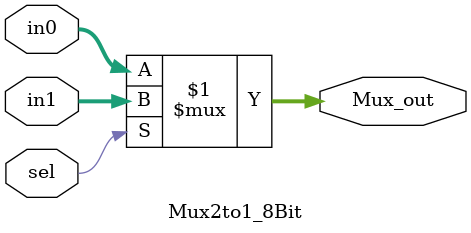
<source format=v>
`timescale 1ns / 1ps


module Mux2to1_8Bit(in0,in1,sel,Mux_out);
input [7:0] in0;
input [7:0] in1;
input sel;
output [7:0] Mux_out;

assign Mux_out = sel?in1:in0;

endmodule

</source>
